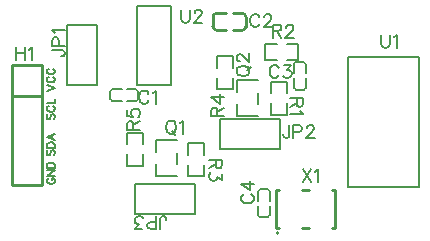
<source format=gto>
G04 Layer: TopSilkscreenLayer*
G04 EasyEDA v6.5.29, 2023-10-05 15:07:23*
G04 0de49d076cbe44b984db42f85a7ac8d1,cce8abda2c6f4e5b9eea80e955d706a9,10*
G04 Gerber Generator version 0.2*
G04 Scale: 100 percent, Rotated: No, Reflected: No *
G04 Dimensions in millimeters *
G04 leading zeros omitted , absolute positions ,4 integer and 5 decimal *
%FSLAX45Y45*%
%MOMM*%

%ADD10C,0.1500*%
%ADD11C,0.1524*%
%ADD12C,0.2540*%
%ADD13C,0.2032*%
%ADD14C,0.2030*%
%ADD15C,0.1270*%
%ADD16C,0.2000*%
%ADD17C,0.0155*%

%LPD*%
D10*
X323087Y-736600D02*
G01*
X389889Y-711200D01*
X323087Y-685800D02*
G01*
X389889Y-711200D01*
X339089Y-616965D02*
G01*
X332486Y-620268D01*
X326136Y-626618D01*
X323087Y-632968D01*
X323087Y-645668D01*
X326136Y-652018D01*
X332486Y-658368D01*
X339089Y-661415D01*
X348487Y-664718D01*
X364489Y-664718D01*
X373887Y-661415D01*
X380237Y-658368D01*
X386587Y-652018D01*
X389889Y-645668D01*
X389889Y-632968D01*
X386587Y-626618D01*
X380237Y-620268D01*
X373887Y-616965D01*
X339089Y-548131D02*
G01*
X332486Y-551434D01*
X326136Y-557784D01*
X323087Y-564134D01*
X323087Y-576834D01*
X326136Y-583184D01*
X332486Y-589534D01*
X339089Y-592836D01*
X348487Y-595884D01*
X364489Y-595884D01*
X373887Y-592836D01*
X380237Y-589534D01*
X386587Y-583184D01*
X389889Y-576834D01*
X389889Y-564134D01*
X386587Y-557784D01*
X380237Y-551434D01*
X373887Y-548131D01*
X332486Y-933450D02*
G01*
X326136Y-939800D01*
X323087Y-949197D01*
X323087Y-961897D01*
X326136Y-971550D01*
X332486Y-977900D01*
X339089Y-977900D01*
X345439Y-974597D01*
X348487Y-971550D01*
X351789Y-965200D01*
X358139Y-946150D01*
X361187Y-939800D01*
X364489Y-936497D01*
X370839Y-933450D01*
X380237Y-933450D01*
X386587Y-939800D01*
X389889Y-949197D01*
X389889Y-961897D01*
X386587Y-971550D01*
X380237Y-977900D01*
X339089Y-864615D02*
G01*
X332486Y-867918D01*
X326136Y-874268D01*
X323087Y-880618D01*
X323087Y-893318D01*
X326136Y-899668D01*
X332486Y-906018D01*
X339089Y-909065D01*
X348487Y-912368D01*
X364489Y-912368D01*
X373887Y-909065D01*
X380237Y-906018D01*
X386587Y-899668D01*
X389889Y-893318D01*
X389889Y-880618D01*
X386587Y-874268D01*
X380237Y-867918D01*
X373887Y-864615D01*
X323087Y-843534D02*
G01*
X389889Y-843534D01*
X389889Y-843534D02*
G01*
X389889Y-805434D01*
X332486Y-1238250D02*
G01*
X326136Y-1244600D01*
X323087Y-1253997D01*
X323087Y-1266697D01*
X326136Y-1276350D01*
X332486Y-1282700D01*
X339089Y-1282700D01*
X345439Y-1279397D01*
X348487Y-1276350D01*
X351789Y-1270000D01*
X358139Y-1250950D01*
X361187Y-1244600D01*
X364489Y-1241297D01*
X370839Y-1238250D01*
X380237Y-1238250D01*
X386587Y-1244600D01*
X389889Y-1253997D01*
X389889Y-1266697D01*
X386587Y-1276350D01*
X380237Y-1282700D01*
X323087Y-1217168D02*
G01*
X389889Y-1217168D01*
X323087Y-1217168D02*
G01*
X323087Y-1194815D01*
X326136Y-1185418D01*
X332486Y-1179068D01*
X339089Y-1175765D01*
X348487Y-1172718D01*
X364489Y-1172718D01*
X373887Y-1175765D01*
X380237Y-1179068D01*
X386587Y-1185418D01*
X389889Y-1194815D01*
X389889Y-1217168D01*
X323087Y-1126236D02*
G01*
X389889Y-1151636D01*
X323087Y-1126236D02*
G01*
X389889Y-1100581D01*
X367537Y-1141984D02*
G01*
X367537Y-1110234D01*
X339089Y-1476247D02*
G01*
X332486Y-1479550D01*
X326136Y-1485900D01*
X323087Y-1492250D01*
X323087Y-1504950D01*
X326136Y-1511300D01*
X332486Y-1517650D01*
X339089Y-1520697D01*
X348487Y-1524000D01*
X364489Y-1524000D01*
X373887Y-1520697D01*
X380237Y-1517650D01*
X386587Y-1511300D01*
X389889Y-1504950D01*
X389889Y-1492250D01*
X386587Y-1485900D01*
X380237Y-1479550D01*
X373887Y-1476247D01*
X364489Y-1476247D01*
X364489Y-1492250D02*
G01*
X364489Y-1476247D01*
X323087Y-1455165D02*
G01*
X389889Y-1455165D01*
X323087Y-1455165D02*
G01*
X389889Y-1410715D01*
X323087Y-1410715D02*
G01*
X389889Y-1410715D01*
X323087Y-1389634D02*
G01*
X389889Y-1389634D01*
X323087Y-1389634D02*
G01*
X323087Y-1367536D01*
X326136Y-1357884D01*
X332486Y-1351534D01*
X339089Y-1348486D01*
X348487Y-1345184D01*
X364489Y-1345184D01*
X373887Y-1348486D01*
X380237Y-1351534D01*
X386587Y-1357884D01*
X389889Y-1367536D01*
X389889Y-1389634D01*
D11*
X1182878Y-761492D02*
G01*
X1177544Y-751078D01*
X1167129Y-740663D01*
X1156970Y-735584D01*
X1136142Y-735584D01*
X1125728Y-740663D01*
X1115313Y-751078D01*
X1109979Y-761492D01*
X1104900Y-777239D01*
X1104900Y-803147D01*
X1109979Y-818642D01*
X1115313Y-829055D01*
X1125728Y-839470D01*
X1136142Y-844550D01*
X1156970Y-844550D01*
X1167129Y-839470D01*
X1177544Y-829055D01*
X1182878Y-818642D01*
X1217168Y-756412D02*
G01*
X1227581Y-751078D01*
X1243076Y-735584D01*
X1243076Y-844550D01*
X2287777Y-545592D02*
G01*
X2282443Y-535178D01*
X2272029Y-524763D01*
X2261870Y-519684D01*
X2241041Y-519684D01*
X2230627Y-524763D01*
X2220213Y-535178D01*
X2214879Y-545592D01*
X2209800Y-561339D01*
X2209800Y-587247D01*
X2214879Y-602742D01*
X2220213Y-613155D01*
X2230627Y-623570D01*
X2241041Y-628650D01*
X2261870Y-628650D01*
X2272029Y-623570D01*
X2282443Y-613155D01*
X2287777Y-602742D01*
X2332481Y-519684D02*
G01*
X2389631Y-519684D01*
X2358390Y-561339D01*
X2373884Y-561339D01*
X2384297Y-566420D01*
X2389631Y-571500D01*
X2394711Y-587247D01*
X2394711Y-597662D01*
X2389631Y-613155D01*
X2379218Y-623570D01*
X2363470Y-628650D01*
X2347975Y-628650D01*
X2332481Y-623570D01*
X2327147Y-618489D01*
X2322068Y-608076D01*
X1993391Y-1611121D02*
G01*
X1982977Y-1616455D01*
X1972563Y-1626870D01*
X1967484Y-1637029D01*
X1967484Y-1657857D01*
X1972563Y-1668271D01*
X1982977Y-1678686D01*
X1993391Y-1684020D01*
X2009140Y-1689100D01*
X2035047Y-1689100D01*
X2050541Y-1684020D01*
X2060956Y-1678686D01*
X2071370Y-1668271D01*
X2076450Y-1657857D01*
X2076450Y-1637029D01*
X2071370Y-1626870D01*
X2060956Y-1616455D01*
X2050541Y-1611121D01*
X1967484Y-1525015D02*
G01*
X2040127Y-1576831D01*
X2040127Y-1498854D01*
X1967484Y-1525015D02*
G01*
X2076450Y-1525015D01*
X2122677Y-113792D02*
G01*
X2117343Y-103378D01*
X2106929Y-92963D01*
X2096770Y-87884D01*
X2075941Y-87884D01*
X2065527Y-92963D01*
X2055113Y-103378D01*
X2049779Y-113792D01*
X2044700Y-129539D01*
X2044700Y-155447D01*
X2049779Y-170942D01*
X2055113Y-181355D01*
X2065527Y-191770D01*
X2075941Y-196850D01*
X2096770Y-196850D01*
X2106929Y-191770D01*
X2117343Y-181355D01*
X2122677Y-170942D01*
X2162047Y-113792D02*
G01*
X2162047Y-108712D01*
X2167381Y-98297D01*
X2172461Y-92963D01*
X2182875Y-87884D01*
X2203704Y-87884D01*
X2214118Y-92963D01*
X2219197Y-98297D01*
X2224531Y-108712D01*
X2224531Y-119126D01*
X2219197Y-129539D01*
X2208784Y-145034D01*
X2156968Y-196850D01*
X2229611Y-196850D01*
X63500Y-367284D02*
G01*
X63500Y-476250D01*
X136144Y-367284D02*
G01*
X136144Y-476250D01*
X63500Y-419100D02*
G01*
X136144Y-419100D01*
X170434Y-388112D02*
G01*
X180847Y-382778D01*
X196595Y-367284D01*
X196595Y-476250D01*
X367284Y-392429D02*
G01*
X450342Y-392429D01*
X466089Y-397763D01*
X471170Y-402844D01*
X476250Y-413257D01*
X476250Y-423671D01*
X471170Y-434086D01*
X466089Y-439420D01*
X450342Y-444500D01*
X439928Y-444500D01*
X367284Y-358139D02*
G01*
X476250Y-358139D01*
X367284Y-358139D02*
G01*
X367284Y-311404D01*
X372363Y-295910D01*
X377697Y-290829D01*
X388112Y-285495D01*
X403605Y-285495D01*
X414020Y-290829D01*
X419100Y-295910D01*
X424434Y-311404D01*
X424434Y-358139D01*
X388112Y-251205D02*
G01*
X382778Y-240792D01*
X367284Y-225297D01*
X476250Y-225297D01*
X2376170Y-1027684D02*
G01*
X2376170Y-1110742D01*
X2370836Y-1126489D01*
X2365756Y-1131570D01*
X2355341Y-1136650D01*
X2344927Y-1136650D01*
X2334513Y-1131570D01*
X2329179Y-1126489D01*
X2324100Y-1110742D01*
X2324100Y-1100328D01*
X2410459Y-1027684D02*
G01*
X2410459Y-1136650D01*
X2410459Y-1027684D02*
G01*
X2457195Y-1027684D01*
X2472690Y-1032763D01*
X2477770Y-1038097D01*
X2483104Y-1048512D01*
X2483104Y-1064005D01*
X2477770Y-1074420D01*
X2472690Y-1079500D01*
X2457195Y-1084834D01*
X2410459Y-1084834D01*
X2522474Y-1053592D02*
G01*
X2522474Y-1048512D01*
X2527808Y-1038097D01*
X2532888Y-1032763D01*
X2543302Y-1027684D01*
X2564129Y-1027684D01*
X2574543Y-1032763D01*
X2579624Y-1038097D01*
X2584958Y-1048512D01*
X2584958Y-1058926D01*
X2579624Y-1069339D01*
X2569209Y-1084834D01*
X2517393Y-1136650D01*
X2590038Y-1136650D01*
X1281429Y-1906015D02*
G01*
X1281429Y-1822957D01*
X1286763Y-1807210D01*
X1291844Y-1802129D01*
X1302257Y-1797050D01*
X1312671Y-1797050D01*
X1323086Y-1802129D01*
X1328420Y-1807210D01*
X1333500Y-1822957D01*
X1333500Y-1833371D01*
X1247139Y-1906015D02*
G01*
X1247139Y-1797050D01*
X1247139Y-1906015D02*
G01*
X1200404Y-1906015D01*
X1184910Y-1900936D01*
X1179829Y-1895602D01*
X1174495Y-1885187D01*
X1174495Y-1869694D01*
X1179829Y-1859279D01*
X1184910Y-1854200D01*
X1200404Y-1848865D01*
X1247139Y-1848865D01*
X1129792Y-1906015D02*
G01*
X1072642Y-1906015D01*
X1103884Y-1864360D01*
X1088389Y-1864360D01*
X1077976Y-1859279D01*
X1072642Y-1854200D01*
X1067562Y-1838452D01*
X1067562Y-1828037D01*
X1072642Y-1812544D01*
X1083055Y-1802129D01*
X1098550Y-1797050D01*
X1114297Y-1797050D01*
X1129792Y-1802129D01*
X1135126Y-1807210D01*
X1140205Y-1817623D01*
X1364729Y-989584D02*
G01*
X1354315Y-994663D01*
X1343901Y-1005078D01*
X1338567Y-1015492D01*
X1333487Y-1031239D01*
X1333487Y-1057147D01*
X1338567Y-1072642D01*
X1343901Y-1083055D01*
X1354315Y-1093470D01*
X1364729Y-1098550D01*
X1385557Y-1098550D01*
X1395717Y-1093470D01*
X1406131Y-1083055D01*
X1411465Y-1072642D01*
X1416545Y-1057147D01*
X1416545Y-1031239D01*
X1411465Y-1015492D01*
X1406131Y-1005078D01*
X1395717Y-994663D01*
X1385557Y-989584D01*
X1364729Y-989584D01*
X1380223Y-1077976D02*
G01*
X1411465Y-1108963D01*
X1450835Y-1010412D02*
G01*
X1461249Y-1005078D01*
X1476997Y-989584D01*
X1476997Y-1098550D01*
X1929384Y-578357D02*
G01*
X1934463Y-588771D01*
X1944877Y-599186D01*
X1955291Y-604520D01*
X1971040Y-609600D01*
X1996947Y-609600D01*
X2012441Y-604520D01*
X2022856Y-599186D01*
X2033270Y-588771D01*
X2038350Y-578357D01*
X2038350Y-557529D01*
X2033270Y-547370D01*
X2022856Y-536955D01*
X2012441Y-531621D01*
X1996947Y-526542D01*
X1971040Y-526542D01*
X1955291Y-531621D01*
X1944877Y-536955D01*
X1934463Y-547370D01*
X1929384Y-557529D01*
X1929384Y-578357D01*
X2017775Y-562863D02*
G01*
X2048763Y-531621D01*
X1955291Y-486918D02*
G01*
X1950211Y-486918D01*
X1939797Y-481837D01*
X1934463Y-476504D01*
X1929384Y-466089D01*
X1929384Y-445515D01*
X1934463Y-435102D01*
X1939797Y-429768D01*
X1950211Y-424687D01*
X1960625Y-424687D01*
X1971040Y-429768D01*
X1986534Y-440181D01*
X2038350Y-492252D01*
X2038350Y-419354D01*
X2490215Y-800100D02*
G01*
X2381250Y-800100D01*
X2490215Y-800100D02*
G01*
X2490215Y-846836D01*
X2485136Y-862329D01*
X2479802Y-867663D01*
X2469388Y-872744D01*
X2458974Y-872744D01*
X2448559Y-867663D01*
X2443479Y-862329D01*
X2438400Y-846836D01*
X2438400Y-800100D01*
X2438400Y-836421D02*
G01*
X2381250Y-872744D01*
X2469388Y-907034D02*
G01*
X2474722Y-917447D01*
X2490215Y-933195D01*
X2381250Y-933195D01*
X2235200Y-176784D02*
G01*
X2235200Y-285750D01*
X2235200Y-176784D02*
G01*
X2281936Y-176784D01*
X2297429Y-181863D01*
X2302763Y-187197D01*
X2307843Y-197612D01*
X2307843Y-208026D01*
X2302763Y-218439D01*
X2297429Y-223520D01*
X2281936Y-228600D01*
X2235200Y-228600D01*
X2271522Y-228600D02*
G01*
X2307843Y-285750D01*
X2347468Y-202692D02*
G01*
X2347468Y-197612D01*
X2352547Y-187197D01*
X2357881Y-181863D01*
X2368295Y-176784D01*
X2388870Y-176784D01*
X2399284Y-181863D01*
X2404618Y-187197D01*
X2409697Y-197612D01*
X2409697Y-208026D01*
X2404618Y-218439D01*
X2394204Y-233934D01*
X2342134Y-285750D01*
X2415031Y-285750D01*
X1804415Y-1320800D02*
G01*
X1695450Y-1320800D01*
X1804415Y-1320800D02*
G01*
X1804415Y-1367536D01*
X1799336Y-1383029D01*
X1794002Y-1388363D01*
X1783587Y-1393444D01*
X1773173Y-1393444D01*
X1762760Y-1388363D01*
X1757679Y-1383029D01*
X1752600Y-1367536D01*
X1752600Y-1320800D01*
X1752600Y-1357121D02*
G01*
X1695450Y-1393444D01*
X1804415Y-1438147D02*
G01*
X1804415Y-1495297D01*
X1762760Y-1464310D01*
X1762760Y-1479804D01*
X1757679Y-1490218D01*
X1752600Y-1495297D01*
X1736852Y-1500631D01*
X1726437Y-1500631D01*
X1710944Y-1495297D01*
X1700529Y-1484884D01*
X1695450Y-1469389D01*
X1695450Y-1453895D01*
X1700529Y-1438147D01*
X1705610Y-1433068D01*
X1716023Y-1427734D01*
X1713484Y-952500D02*
G01*
X1822450Y-952500D01*
X1713484Y-952500D02*
G01*
X1713484Y-905763D01*
X1718563Y-890270D01*
X1723897Y-884936D01*
X1734312Y-879855D01*
X1744726Y-879855D01*
X1755139Y-884936D01*
X1760220Y-890270D01*
X1765300Y-905763D01*
X1765300Y-952500D01*
X1765300Y-916178D02*
G01*
X1822450Y-879855D01*
X1713484Y-793495D02*
G01*
X1786128Y-845565D01*
X1786128Y-767587D01*
X1713484Y-793495D02*
G01*
X1822450Y-793495D01*
X1002284Y-1066800D02*
G01*
X1111250Y-1066800D01*
X1002284Y-1066800D02*
G01*
X1002284Y-1020063D01*
X1007363Y-1004570D01*
X1012697Y-999236D01*
X1023112Y-994155D01*
X1033526Y-994155D01*
X1043939Y-999236D01*
X1049020Y-1004570D01*
X1054100Y-1020063D01*
X1054100Y-1066800D01*
X1054100Y-1030478D02*
G01*
X1111250Y-994155D01*
X1002284Y-897381D02*
G01*
X1002284Y-949452D01*
X1049020Y-954531D01*
X1043939Y-949452D01*
X1038605Y-933704D01*
X1038605Y-918210D01*
X1043939Y-902715D01*
X1054100Y-892302D01*
X1069847Y-886968D01*
X1080262Y-886968D01*
X1095755Y-892302D01*
X1106170Y-902715D01*
X1111250Y-918210D01*
X1111250Y-933704D01*
X1106170Y-949452D01*
X1101089Y-954531D01*
X1090676Y-959865D01*
X3151192Y-261581D02*
G01*
X3151192Y-339559D01*
X3156275Y-355053D01*
X3166689Y-365467D01*
X3182434Y-370547D01*
X3192848Y-370547D01*
X3208342Y-365467D01*
X3218759Y-355053D01*
X3223839Y-339559D01*
X3223839Y-261581D01*
X3258126Y-282409D02*
G01*
X3268543Y-277075D01*
X3284291Y-261581D01*
X3284291Y-370547D01*
X1460500Y-49784D02*
G01*
X1460500Y-127762D01*
X1465579Y-143255D01*
X1475994Y-153670D01*
X1491742Y-158750D01*
X1502155Y-158750D01*
X1517650Y-153670D01*
X1528063Y-143255D01*
X1533144Y-127762D01*
X1533144Y-49784D01*
X1572768Y-75692D02*
G01*
X1572768Y-70612D01*
X1577847Y-60197D01*
X1583181Y-54863D01*
X1593595Y-49784D01*
X1614170Y-49784D01*
X1624584Y-54863D01*
X1629918Y-60197D01*
X1634997Y-70612D01*
X1634997Y-81026D01*
X1629918Y-91439D01*
X1619504Y-106934D01*
X1567434Y-158750D01*
X1640331Y-158750D01*
X2487168Y-1399412D02*
G01*
X2559811Y-1508379D01*
X2559811Y-1399412D02*
G01*
X2487168Y-1508379D01*
X2594102Y-1420240D02*
G01*
X2604515Y-1414906D01*
X2620263Y-1399412D01*
X2620263Y-1508379D01*
X876269Y-824560D02*
G01*
X955278Y-824560D01*
X955278Y-724839D02*
G01*
X876269Y-724839D01*
X861029Y-740079D02*
G01*
X861029Y-809320D01*
X1079530Y-824560D02*
G01*
X1000521Y-824560D01*
X1000521Y-724839D02*
G01*
X1079530Y-724839D01*
X1094770Y-740079D02*
G01*
X1094770Y-809320D01*
X2413939Y-507969D02*
G01*
X2413939Y-586978D01*
X2513660Y-586978D02*
G01*
X2513660Y-507969D01*
X2498420Y-492729D02*
G01*
X2429179Y-492729D01*
X2413939Y-711230D02*
G01*
X2413939Y-632221D01*
X2513660Y-632221D02*
G01*
X2513660Y-711230D01*
X2498420Y-726470D02*
G01*
X2429179Y-726470D01*
X2109139Y-1587469D02*
G01*
X2109139Y-1666478D01*
X2208860Y-1666478D02*
G01*
X2208860Y-1587469D01*
X2193620Y-1572229D02*
G01*
X2124379Y-1572229D01*
X2109139Y-1790730D02*
G01*
X2109139Y-1711721D01*
X2208860Y-1711721D02*
G01*
X2208860Y-1790730D01*
X2193620Y-1805970D02*
G01*
X2124379Y-1805970D01*
D12*
X1727898Y-192377D02*
G01*
X1727898Y-112374D01*
X1838873Y-223362D02*
G01*
X1758876Y-223362D01*
X1838873Y-81396D02*
G01*
X1758876Y-81396D01*
X1896463Y-223944D02*
G01*
X1976462Y-223944D01*
X2007445Y-192961D02*
G01*
X2007445Y-112963D01*
X1896463Y-81983D02*
G01*
X1976462Y-81983D01*
X279400Y-777052D02*
G01*
X279400Y-1536700D01*
X25400Y-1536700D01*
X25400Y-520700D01*
X279400Y-520700D01*
X279400Y-777052D01*
X279400Y-777052D02*
G01*
X25400Y-777052D01*
D13*
X749300Y-685800D02*
G01*
X495300Y-685800D01*
X495300Y-177800D01*
X749300Y-177800D01*
X749300Y-368300D01*
D14*
X749300Y-685800D02*
G01*
X749300Y-368300D01*
D13*
X1790700Y-1231900D02*
G01*
X1790700Y-977900D01*
X2298700Y-977900D01*
X2298700Y-1231900D01*
X2108200Y-1231900D01*
D14*
X1790700Y-1231900D02*
G01*
X2108200Y-1231900D01*
D13*
X1066800Y-1778000D02*
G01*
X1066800Y-1524000D01*
X1574800Y-1524000D01*
X1574800Y-1778000D01*
X1384300Y-1778000D01*
D14*
X1066800Y-1778000D02*
G01*
X1384300Y-1778000D01*
D11*
X1421107Y-1154480D02*
G01*
X1245867Y-1154480D01*
X1245867Y-1258641D01*
X1421107Y-1461719D02*
G01*
X1245867Y-1461719D01*
X1245867Y-1357558D01*
X1421107Y-1262560D02*
G01*
X1421107Y-1353639D01*
X2106907Y-646480D02*
G01*
X1931667Y-646480D01*
X1931667Y-750641D01*
X2106907Y-953719D02*
G01*
X1931667Y-953719D01*
X1931667Y-849558D01*
X2106907Y-754560D02*
G01*
X2106907Y-845639D01*
X2219939Y-842721D02*
G01*
X2219939Y-938608D01*
X2352060Y-938608D01*
X2352060Y-842721D01*
X2219939Y-757478D02*
G01*
X2219939Y-661591D01*
X2352060Y-661591D01*
X2352060Y-757478D01*
X2268778Y-340339D02*
G01*
X2172891Y-340339D01*
X2172891Y-472460D01*
X2268778Y-472460D01*
X2354021Y-340339D02*
G01*
X2449908Y-340339D01*
X2449908Y-472460D01*
X2354021Y-472460D01*
X1521439Y-1363421D02*
G01*
X1521439Y-1459308D01*
X1653560Y-1459308D01*
X1653560Y-1363421D01*
X1521439Y-1278178D02*
G01*
X1521439Y-1182291D01*
X1653560Y-1182291D01*
X1653560Y-1278178D01*
X1894860Y-541578D02*
G01*
X1894860Y-445691D01*
X1762739Y-445691D01*
X1762739Y-541578D01*
X1894860Y-626821D02*
G01*
X1894860Y-722708D01*
X1762739Y-722708D01*
X1762739Y-626821D01*
X1132860Y-1189278D02*
G01*
X1132860Y-1093391D01*
X1000739Y-1093391D01*
X1000739Y-1189278D01*
X1132860Y-1274521D02*
G01*
X1132860Y-1370408D01*
X1000739Y-1370408D01*
X1000739Y-1274521D01*
D15*
X2874992Y-449999D02*
G01*
X2874992Y-1549996D01*
X3474994Y-1549996D01*
X3474994Y-449999D01*
X2874992Y-449999D01*
D11*
X1376342Y-22979D02*
G01*
X1376342Y-688220D01*
X1082062Y-688220D01*
X1082062Y-22979D01*
X1376342Y-22979D01*
D12*
X2484602Y-1579905D02*
G01*
X2544597Y-1579905D01*
X2484602Y-1899894D02*
G01*
X2544597Y-1899894D01*
X2734599Y-1579900D02*
G01*
X2764599Y-1579900D01*
X2764599Y-1899899D01*
X2734599Y-1899899D01*
X2289586Y-1899892D02*
G01*
X2259586Y-1899892D01*
X2259586Y-1579892D01*
X2289586Y-1579892D01*
D11*
G75*
G01*
X876270Y-724840D02*
G03*
X861030Y-740080I0J-15240D01*
G75*
G01*
X861030Y-809320D02*
G03*
X876270Y-824560I15240J0D01*
G75*
G01*
X1079530Y-724840D02*
G02*
X1094770Y-740080I0J-15240D01*
G75*
G01*
X1094770Y-809320D02*
G02*
X1079530Y-824560I-15240J0D01*
G75*
G01*
X2513660Y-507970D02*
G03*
X2498420Y-492730I-15240J0D01*
G75*
G01*
X2429180Y-492730D02*
G03*
X2413940Y-507970I0J-15240D01*
G75*
G01*
X2513660Y-711230D02*
G02*
X2498420Y-726470I-15240J0D01*
G75*
G01*
X2429180Y-726470D02*
G02*
X2413940Y-711230I0J15240D01*
G75*
G01*
X2208860Y-1587470D02*
G03*
X2193620Y-1572230I-15240J0D01*
G75*
G01*
X2124380Y-1572230D02*
G03*
X2109140Y-1587470I0J-15240D01*
G75*
G01*
X2208860Y-1790730D02*
G02*
X2193620Y-1805970I-15240J0D01*
G75*
G01*
X2124380Y-1805970D02*
G02*
X2109140Y-1790730I0J15240D01*
D12*
G75*
G01*
X2007451Y-192961D02*
G02*
X1976468Y-223944I-30983J0D01*
G75*
G01*
X1976468Y-81978D02*
G02*
X2007451Y-112964I0J-30983D01*
G75*
G01*
X1758881Y-223363D02*
G02*
X1727899Y-192377I0J30983D01*
G75*
G01*
X1727899Y-112380D02*
G02*
X1758881Y-81397I30982J0D01*
D16*
G75*
G01
X2284603Y-1939900D02*
G03X2284603Y-1939900I-10008J0D01*
M02*

</source>
